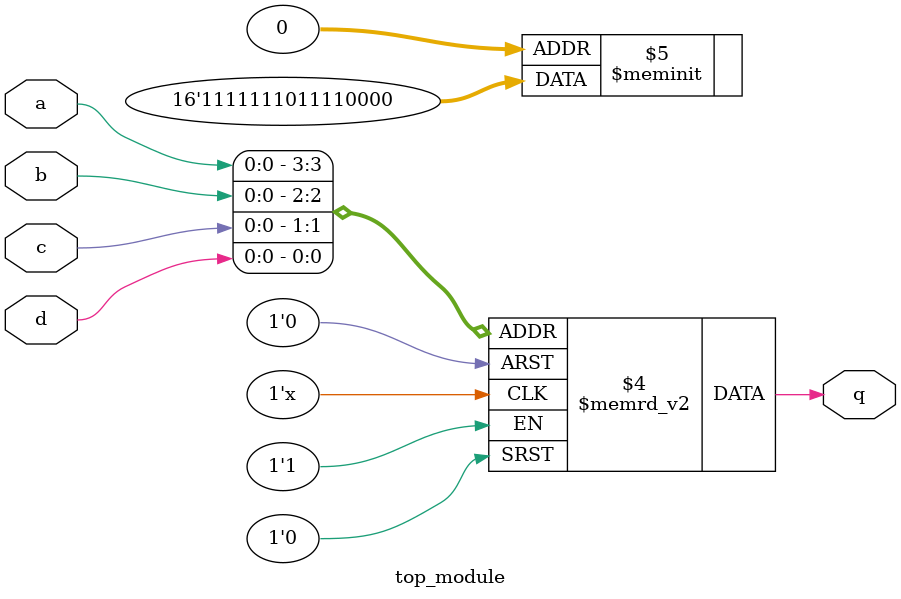
<source format=sv>
module top_module (
  input a, 
  input b, 
  input c, 
  input d,
  output reg q
);

  always @* begin
    case ({a, b, c, d})
      4'b0000 : q = 1'b0;
      4'b0001 : q = 1'b0;
      4'b0010 : q = 1'b0;
      4'b0011 : q = 1'b0;
      4'b0100 : q = 1'b1;
      4'b0101 : q = 1'b1;
      4'b0110 : q = 1'b1;
      4'b0111 : q = 1'b1;
      4'b1000 : q = 1'b0;
      4'b1001 : q = 1'b1;
      4'b1010 : q = 1'b1;
      4'b1011 : q = 1'b1;
      4'b1100 : q = 1'b1; // Corrected
      4'b1101 : q = 1'b1;
      4'b1110 : q = 1'b1;
      4'b1111 : q = 1'b1;
    endcase
  end

endmodule

</source>
